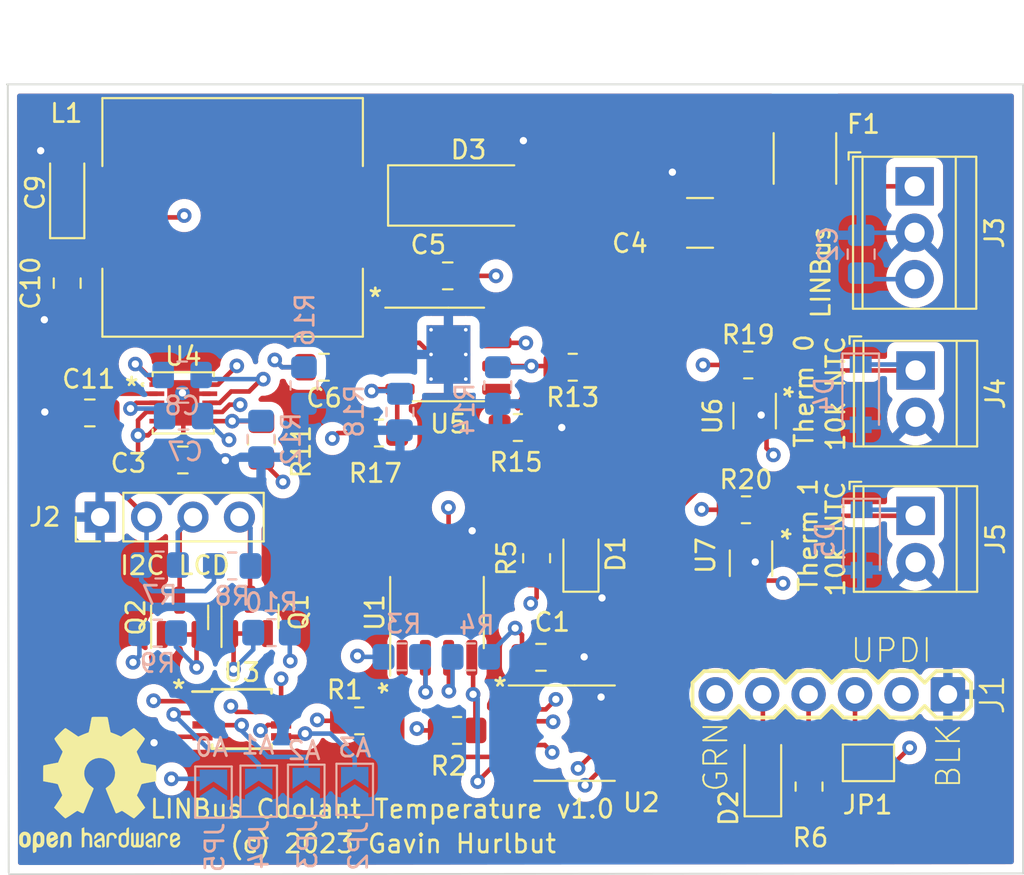
<source format=kicad_pcb>
(kicad_pcb (version 20211014) (generator pcbnew)
  (title_block (title "LINBus Coolant Temperature") (date "2023-02-18") (rev "1.0") (company "Gavin Hurlbut"))
  (layers (0 "F.Cu" signal) (1 "In1.Cu" signal) (2 "In2.Cu" signal) (31 "B.Cu" signal) (34 "B.Paste" user) (35 "F.Paste" user) (36 "B.SilkS" user "B.Silkscreen") (37 "F.SilkS" user "F.Silkscreen") (38 "B.Mask" user) (39 "F.Mask" user) (44 "Edge.Cuts" user))
  (net 0 "")
  (net 1 "GND")
  (net 2 "+5V")
  (net 3 "Net-(C5-Pad1)")
  (net 4 "LIN")
  (net 5 "TXD")
  (net 6 "RXD")
  (net 7 "~{LIN_SLP}")
  (net 8 "~{LIN_WAKE}")
  (net 9 "Net-(C5-Pad2)")
  (net 10 "Net-(C6-Pad1)")
  (net 11 "Net-(C6-Pad2)")
  (net 12 "Net-(C7-Pad1)")
  (net 13 "Net-(C7-Pad2)")
  (net 14 "Net-(C8-Pad1)")
  (net 15 "Net-(C8-Pad2)")
  (net 16 "VTHERM0")
  (net 17 "VTHERM1")
  (net 18 "+12V")
  (net 19 "UPDI")
  (net 20 "+BATT")
  (net 22 "Net-(J1-Pad3)")
  (net 23 "SDA3V")
  (net 24 "SCL3V")
  (net 25 "+3V3")
  (net 26 "SCL5V")
  (net 27 "SDA5V")
  (net 28 "Net-(J1-Pad4)")
  (net 30 "Net-(D4-Pad1)")
  (net 31 "Net-(D1-Pad2)")
  (net 32 "Net-(D2-Pad1)")
  (net 33 "Net-(D5-Pad1)")
  (net 34 "Net-(U2-Pad5)")
  (net 35 "Net-(R11-Pad2)")
  (net 36 "Net-(R13-Pad2)")
  (net 37 "Net-(R15-Pad1)")
  (net 38 "Net-(R17-Pad2)")
  (net 41 "~{RESET}")
  (net 42 "Net-(JP2-Pad2)")
  (net 43 "Net-(JP3-Pad2)")
  (net 44 "Net-(JP4-Pad2)")
  (net 45 "Net-(JP5-Pad2)")
  (footprint "Resistor_SMD:R_0805_2012Metric_Pad1.20x1.40mm_HandSolder" (layer "F.Cu") (at 206 73.9 180)
    (fp_text reference "R13")
    (fp_text value "909k 1%")
  )
  (footprint "Capacitor_SMD:C_0805_2012Metric_Pad1.18x1.45mm_HandSolder" (layer "F.Cu") (at 178.35 69.3 -90)
    (fp_text reference "C10")
    (fp_text value "10uF")
  )
  (footprint "Resistor_SMD:R_0805_2012Metric_Pad1.20x1.40mm_HandSolder" (layer "F.Cu") (at 218.925 96.85 90)
    (fp_text reference "R6")
    (fp_text value "470R")
  )
  (footprint "Resistor_SMD:R_1812_4532Metric_Pad1.30x3.40mm_HandSolder" (layer "F.Cu") (at 218.7 62.475 90)
    (fp_text reference "F1")
    (fp_text value "3A Polyfuse")
  )
  (footprint "Diode_SMD:D_SMA_Handsoldering" (layer "F.Cu") (at 200.3 64.5)
    (fp_text reference "D3")
    (fp_text value "BYS10-35")
  )
  (footprint "Capacitor_SMD:C_0805_2012Metric_Pad1.18x1.45mm_HandSolder" (layer "F.Cu") (at 179.5875 76.4 180)
    (fp_text reference "C11")
    (fp_text value "10uF")
  )
  (footprint "Capacitor_SMD:C_0805_2012Metric_Pad1.18x1.45mm_HandSolder" (layer "F.Cu") (at 199.1625 68.9 180)
    (fp_text reference "C5")
    (fp_text value "100nF")
  )
  (footprint "Capacitor_Tantalum_SMD:CP_EIA-3216-10_Kemet-I_Pad1.58x1.35mm_HandSolder" (layer "F.Cu") (at 178.35 64.35 90)
    (fp_text reference "C9")
    (fp_text value "100uF Ta 6V")
  )
  (footprint "Connector_PinHeader_2.54mm:PinHeader_1x04_P2.54mm_Vertical" (layer "F.Cu") (at 180.15 82.1 90)
    (fp_text reference "J2")
    (fp_text value "I2C LCD")
  )
  (footprint "Package_SO:SOIC-8_3.9x4.9mm_P1.27mm" (layer "F.Cu") (at 198.575 87.325 90)
    (fp_text reference "U1")
    (fp_text value "TJA1021T")
  )
  (footprint "TerminalBlock_TE-Connectivity:TerminalBlock_TE_282834-2_1x02_P2.54mm_Horizontal" (layer "F.Cu") (at 224.75 74.075 -90)
    (fp_text reference "J4")
    (fp_text value "10k NTC")
  )
  (footprint "Package_TO_SOT_SMD:SOT-23" (layer "F.Cu") (at 188.35 87.5375 90)
    (fp_text reference "Q1")
    (fp_text value "2N7002")
  )
  (footprint "Capacitor_SMD:C_0805_2012Metric_Pad1.18x1.45mm_HandSolder" (layer "F.Cu") (at 184.675 78.975)
    (fp_text reference "C3")
    (fp_text value "2.2uF")
  )
  (footprint "Package_TO_SOT_SMD:SOT-363_SC-70-6" (layer "F.Cu") (at 215.75 84.625 -90)
    (fp_text reference "U7")
    (fp_text value "LMV601")
  )
  (footprint "Package_SO:TSSOP-14_4.4x5mm_P0.65mm" (layer "F.Cu") (at 206.1 93.925)
    (fp_text reference "U2")
    (fp_text value "ATtiny824-X")
  )
  (footprint "Capacitor_SMD:C_0805_2012Metric_Pad1.18x1.45mm_HandSolder" (layer "F.Cu") (at 192.4 73.9 180)
    (fp_text reference "C6")
    (fp_text value "10nF")
  )
  (footprint "Capacitor_SMD:C_1210_3225Metric_Pad1.33x2.70mm_HandSolder" (layer "F.Cu") (at 212.9625 66 180)
    (fp_text reference "C4")
    (fp_text value "10uF 100V")
  )
  (footprint "Resistor_SMD:R_0805_2012Metric_Pad1.20x1.40mm_HandSolder" (layer "F.Cu") (at 194.325 93.25)
    (fp_text reference "R1")
    (fp_text value "10k")
  )
  (footprint "Capacitor_SMD:C_0805_2012Metric_Pad1.18x1.45mm_HandSolder" (layer "F.Cu") (at 204.2625 89.775 180)
    (fp_text reference "C1")
    (fp_text value "100nF")
  )
  (footprint "Package_TO_SOT_SMD:SOT-363_SC-70-6" (layer "F.Cu") (at 215.95 76.55 -90)
    (fp_text reference "U6")
    (fp_text value "LMV601")
  )
  (footprint "Resistor_SMD:R_0805_2012Metric_Pad1.20x1.40mm_HandSolder" (layer "F.Cu") (at 204.025 84.35 90)
    (fp_text reference "R5")
    (fp_text value "330")
  )
  (footprint "Package_SO:TSSOP-8_3x3mm_P0.65mm" (layer "F.Cu") (at 187.9 93.15)
    (fp_text reference "U3")
    (fp_text value "PCA9536DP")
  )
  (footprint "TerminalBlock_TE-Connectivity:TerminalBlock_TE_282834-2_1x02_P2.54mm_Horizontal" (layer "F.Cu") (at 224.75 82.03 -90)
    (fp_text reference "J5")
    (fp_text value "10k NTC")
  )
  (footprint "Resistor_SMD:R_0805_2012Metric_Pad1.20x1.40mm_HandSolder" (layer "F.Cu") (at 195.4 77.5)
    (fp_text reference "R17")
    (fp_text value "1k3")
  )
  (footprint "Beirdo:PM4346.333NLT" (layer "F.Cu") (at 187.3977 65.7 180)
    (fp_text reference "L1")
    (fp_text value "33uH 5A 88mOhm")
  )
  (footprint "Resistor_SMD:R_0805_2012Metric_Pad1.20x1.40mm_HandSolder" (layer "F.Cu") (at 188.975 77.9 90)
    (fp_text reference "R11")
    (fp_text value "357k 1%")
  )
  (footprint "Jumper:SolderJumper-2_P1.3mm_Open_TrianglePad1.0x1.5mm" (layer "F.Cu") (at 222.175 95.55)
    (fp_text reference "JP1")
    (fp_text value "Solder Jumper")
  )
  (footprint "LED_SMD:LED_0805_2012Metric_Pad1.15x1.40mm_HandSolder" (layer "F.Cu") (at 206.45 84.325 90)
    (fp_text reference "D1")
    (fp_text value "LED")
  )
  (footprint "Diode_SMD:D_SOD-123" (layer "F.Cu") (at 216.4 96.225 90)
    (fp_text reference "D2")
    (fp_text value "BAT42W-V")
  )
  (footprint "Package_SO:HTSOP-8-1EP_3.9x4.9mm_P1.27mm_EP2.4x3.2mm_ThermalVias" (layer "F.Cu") (at 199.2 73.2)
    (fp_text reference "U5")
    (fp_text value "BD9G341EFJ")
  )
  (footprint "Resistor_SMD:R_0805_2012Metric_Pad1.20x1.40mm_HandSolder" (layer "F.Cu") (at 215.6 73.775)
    (fp_text reference "R19")
    (fp_text value "10k")
  )
  (footprint "TerminalBlock_TE-Connectivity:TerminalBlock_TE_282834-3_1x03_P2.54mm_Horizontal" (layer "F.Cu") (at 224.7 64 -90)
    (fp_text reference "J3")
    (fp_text value "Screw_Terminal_01x03")
  )
  (footprint "Resistor_SMD:R_0805_2012Metric_Pad1.20x1.40mm_HandSolder" (layer "F.Cu") (at 215.475 81.7)
    (fp_text reference "R20")
    (fp_text value "10k")
  )
  (footprint "UltraLibrarian:LTC3203BEDD-PBF" (layer "F.Cu") (at 184.7 75.85)
    (fp_text reference "U4")
    (fp_text value "LTC3203BEDD-PBF")
  )
  (footprint "Package_TO_SOT_SMD:SOT-23" (layer "F.Cu") (at 184.5 87.5875 90)
    (fp_text reference "Q2")
    (fp_text value "2N7002")
  )
  (footprint "Resistor_SMD:R_0805_2012Metric_Pad1.20x1.40mm_HandSolder" (layer "F.Cu") (at 203 77.2)
    (fp_text reference "R15")
    (fp_text value "47k")
  )
  (footprint "Resistor_SMD:R_0805_2012Metric_Pad1.20x1.40mm_HandSolder" (layer "F.Cu") (at 199.675 93.775)
    (fp_text reference "R2")
    (fp_text value "10k")
  )
  (footprint "Symbol:OSHW-Logo2_9.8x8mm_SilkScreen" (layer "F.Cu") (at 180.125 96.75)
    (fp_text reference "REF**" hide)
    (fp_text value "OSHW-Logo2_9.8x8mm_SilkScreen" hide)
  )
  (footprint "Beirdo:FTDI_BASIC" (layer "F.Cu") (at 226.52 91.8 180)
    (fp_text reference "J1")
    (fp_text value "UPDI")
  )
  (footprint "Resistor_SMD:R_0805_2012Metric_Pad1.20x1.40mm_HandSolder" (layer "B.Cu") (at 196.65 89.75)
    (fp_text reference "R3")
    (fp_text value "10k")
  )
  (footprint "Resistor_SMD:R_0805_2012Metric_Pad1.20x1.40mm_HandSolder" (layer "B.Cu") (at 196.55 76.35 -90)
    (fp_text reference "R18")
    (fp_text value "560R")
  )
  (footprint "Jumper:SolderJumper-2_P1.3mm_Open_TrianglePad1.0x1.5mm" (layer "B.Cu") (at 194.075 97 90)
    (fp_text reference "JP2")
    (fp_text value "A3")
  )
  (footprint "Resistor_SMD:R_0805_2012Metric_Pad1.20x1.40mm_HandSolder" (layer "B.Cu") (at 183.4 84.725)
    (fp_text reference "R7")
    (fp_text value "10k")
  )
  (footprint "Jumper:SolderJumper-2_P1.3mm_Open_TrianglePad1.0x1.5mm" (layer "B.Cu") (at 186.35 97.15 90)
    (fp_text reference "JP5")
    (fp_text value "A0")
  )
  (footprint "Resistor_SMD:R_0805_2012Metric_Pad1.20x1.40mm_HandSolder" (layer "B.Cu") (at 200.425 89.75 180)
    (fp_text reference "R4")
    (fp_text value "10k")
  )
  (footprint "Capacitor_SMD:C_0805_2012Metric_Pad1.18x1.45mm_HandSolder" (layer "B.Cu") (at 221.775 67.7125 90)
    (fp_text reference "C2")
    (fp_text value "220pF")
  )
  (footprint "Resistor_SMD:R_0805_2012Metric_Pad1.20x1.40mm_HandSolder" (layer "B.Cu") (at 201.9 74.9 -90)
    (fp_text reference "R14")
    (fp_text value "324k 1%")
  )
  (footprint "Resistor_SMD:R_0805_2012Metric_Pad1.20x1.40mm_HandSolder" (layer "B.Cu") (at 187.375 84.775)
    (fp_text reference "R8")
    (fp_text value "10k")
  )
  (footprint "Diode_SMD:D_SOD-123" (layer "B.Cu") (at 221.8 83.35 -90)
    (fp_text reference "D5")
    (fp_text value "BZT52C3V3-7-F")
  )
  (footprint "Resistor_SMD:R_0805_2012Metric_Pad1.20x1.40mm_HandSolder" (layer "B.Cu") (at 183.3 88.45)
    (fp_text reference "R9")
    (fp_text value "10k")
  )
  (footprint "Resistor_SMD:R_0805_2012Metric_Pad1.20x1.40mm_HandSolder" (layer "B.Cu") (at 188.95 77.825 90)
    (fp_text reference "R12")
    (fp_text value "100k 1%")
  )
  (footprint "Resistor_SMD:R_0805_2012Metric_Pad1.20x1.40mm_HandSolder" (layer "B.Cu") (at 191.3 74.9 -90)
    (fp_text reference "R16")
    (fp_text value "6k2")
  )
  (footprint "Resistor_SMD:R_0805_2012Metric_Pad1.20x1.40mm_HandSolder" (layer "B.Cu") (at 189.525 88.425 180)
    (fp_text reference "R10")
    (fp_text value "10k")
  )
  (footprint "Capacitor_SMD:C_0805_2012Metric_Pad1.18x1.45mm_HandSolder" (layer "B.Cu") (at 184.7125 76.575 180)
    (fp_text reference "C7")
    (fp_text value "2.2uF")
  )
  (footprint "Capacitor_SMD:C_0805_2012Metric_Pad1.18x1.45mm_HandSolder" (layer "B.Cu") (at 184.6375 74.325)
    (fp_text reference "C8")
    (fp_text value "2.2uF")
  )
  (footprint "Diode_SMD:D_SOD-123" (layer "B.Cu") (at 221.75 75.4 -90)
    (fp_text reference "D4")
    (fp_text value "BZT52C3V3-7-F")
  )
  (footprint "Jumper:SolderJumper-2_P1.3mm_Open_TrianglePad1.0x1.5mm" (layer "B.Cu") (at 188.825 97.1 90)
    (fp_text reference "JP4")
    (fp_text value "A1")
  )
  (footprint "Jumper:SolderJumper-2_P1.3mm_Open_TrianglePad1.0x1.5mm" (layer "B.Cu") (at 191.425 97.05 90)
    (fp_text reference "JP3")
    (fp_text value "A2")
  )
  (gr_line (start 175.15 101.55) (end 175.1 58.45) (layer "Edge.Cuts") (width 0.1))
  (gr_line (start 230.632 101.6) (end 175.175 101.65) (layer "Edge.Cuts") (width 0.1))
  (gr_line (start 175.05 58.42) (end 230.632 58.42) (layer "Edge.Cuts") (width 0.1))
  (gr_line (start 230.632 58.42) (end 230.632 101.6) (layer "Edge.Cuts") (width 0.1))
  (gr_text "LINBus Coolant Temperature v1.0" (at 195.575 98.075) (layer "F.SilkS") (effects (font (size 1 1))))
  (gr_text "LINBus" (at 219.575 68.7 90) (layer "F.SilkS") (effects (font (size 1 1))))
  (gr_text "I2C LCD" (at 184.25 84.75) (layer "F.SilkS") (effects (font (size 1 1))))
  (gr_text "(c) 2023 Gavin Hurlbut" (at 196.175 99.975) (layer "F.SilkS") (effects (font (size 1 1))))
  (segment (start 185.75 94.125) (end 183.425 94.125) (width 0.25) (layer "F.Cu") (net 1))
  (segment (start 184.7 77.775) (end 184.7 75.85) (width 0.25) (layer "F.Cu") (net 1))
  (segment (start 186.1478 75.350001) (end 185.199999 75.350001) (width 0.25) (layer "F.Cu") (net 1))
  (segment (start 185.7125 78.975) (end 186.975 78.975) (width 0.25) (layer "F.Cu") (net 1))
  (segment (start 204 77.2) (end 205.4 77.2) (width 0.25) (layer "F.Cu") (net 1))
  (segment (start 208.9875 91.975) (end 207.575 91.975) (width 0.25) (layer "F.Cu") (net 1))
  (segment (start 177.175 76.4) (end 177.125 76.35) (width 0.25) (layer "F.Cu") (net 1))
  (segment (start 178.0625 70.3375) (end 177.1 71.3) (width 0.25) (layer "F.Cu") (net 1))
  (segment (start 202.8 64.5) (end 202.8 62) (width 0.25) (layer "F.Cu") (net 1))
  (segment (start 183.425 94.125) (end 183.1 94.45) (width 0.25) (layer "F.Cu") (net 1))
  (segment (start 184.7 75.85) (end 184.7 75.350066) (width 0.25) (layer "F.Cu") (net 1))
  (segment (start 177.7625 62.9125) (end 176.9 62.05) (width 0.25) (layer "F.Cu") (net 1))
  (segment (start 200.48 84.85) (end 200.48 82.87) (width 0.25) (layer "F.Cu") (net 1))
  (segment (start 184.7 75.350066) (end 184.652903 75.302969) (width 0.25) (layer "F.Cu") (net 1))
  (segment (start 178.35 70.3375) (end 178.0625 70.3375) (width 0.25) (layer "F.Cu") (net 1))
  (segment (start 196.55 72.565) (end 197.615 72.565) (width 0.25) (layer "F.Cu") (net 1))
  (segment (start 205.3 89.775) (end 206.6 89.775) (width 0.25) (layer "F.Cu") (net 1))
  (segment (start 211.45 65.95) (end 211.4 66) (width 0.25) (layer "F.Cu") (net 1))
  (segment (start 207.575 91.975) (end 207.55 91.95) (width 0.25) (layer "F.Cu") (net 1))
  (segment (start 215.95 76.160665) (end 216.3065 76.517165) (width 0.25) (layer "F.Cu") (net 1))
  (segment (start 185.7125 78.7875) (end 184.7 77.775) (width 0.25) (layer "F.Cu") (net 1))
  (segment (start 185.7125 78.975) (end 185.7125 78.7875) (width 0.25) (layer "F.Cu") (net 1))
  (segment (start 202.8 62) (end 203.3 61.5) (width 0.25) (layer "F.Cu") (net 1))
  (segment (start 178.55 76.4) (end 177.175 76.4) (width 0.25) (layer "F.Cu") (net 1))
  (segment (start 185.199999 75.350001) (end 184.7 75.85) (width 0.25) (layer "F.Cu") (net 1))
  (segment (start 197.615 72.565) (end 198.25 73.2) (width 0.25) (layer "F.Cu") (net 1))
  (segment (start 215.75 83.675) (end 215.75 84.326025) (width 0.25) (layer "F.Cu") (net 1))
  (segment (start 206.45 85.35) (end 206.45 85.375) (width 0.25) (layer "F.Cu") (net 1))
  (segment (start 186.975 78.975) (end 187 79) (width 0.25) (layer "F.Cu") (net 1))
  (segment (start 178.35 62.9125) (end 177.7625 62.9125) (width 0.25) (layer "F.Cu") (net 1))
  (segment (start 200.48 82.87) (end 200.5 82.85) (width 0.25) (layer "F.Cu") (net 1))
  (segment (start 206.45 85.375) (end 207.6 86.525) (width 0.25) (layer "F.Cu") (net 1))
  (segment (start 215.95 75.6) (end 215.95 76.160665) (width 0.25) (layer "F.Cu") (net 1))
  (segment (start 211.45 63.225) (end 211.45 65.95) (width 0.25) (layer "F.Cu") (net 1))
  (segment (start 206.6 89.775) (end 206.625 89.75) (width 0.25) (layer "F.Cu") (net 1))
  (segment (start 215.75 84.326025) (end 215.982713 84.558738) (width 0.25) (layer "F.Cu") (net 1))
  (via (at 211.45 63.225) (size 0.8) (drill 0.4) (layers "F.Cu" "B.Cu") (net 1))
  (via (at 184.652903 75.302969) (size 0.8) (drill 0.4) (layers "F.Cu" "B.Cu") (net 1))
  (via (at 203.3 61.5) (size 0.8) (drill 0.4) (layers "F.Cu" "B.Cu") (net 1))
  (via (at 177.1 71.3) (size 0.8) (drill 0.4) (layers "F.Cu" "B.Cu") (net 1))
  (via (at 216.3065 76.517165) (size 0.8) (drill 0.4) (layers "F.Cu" "B.Cu") (net 1))
  (via (at 205.4 77.2) (size 0.8) (drill 0.4) (layers "F.Cu" "B.Cu") (net 1))
  (via (at 215.982713 84.558738) (size 0.8) (drill 0.4) (layers "F.Cu" "B.Cu") (net 1))
  (via (at 176.9 62.05) (size 0.8) (drill 0.4) (layers "F.Cu" "B.Cu") (net 1))
  (via (at 177.125 76.35) (size 0.8) (drill 0.4) (layers "F.Cu" "B.Cu") (net 1))
  (via (at 207.55 91.95) (size 0.8) (drill 0.4) (layers "F.Cu" "B.Cu") (net 1))
  (via (at 183.1 94.45) (size 0.8) (drill 0.4) (layers "F.Cu" "B.Cu") (net 1))
  (via (at 200.5 82.85) (size 0.8) (drill 0.4) (layers "F.Cu" "B.Cu") (net 1))
  (via (at 187 79) (size 0.8) (drill 0.4) (layers "F.Cu" "B.Cu") (net 1))
  (via (at 207.6 86.525) (size 0.8) (drill 0.4) (layers "F.Cu" "B.Cu") (net 1))
  (via (at 206.625 89.75) (size 0.8) (drill 0.4) (layers "F.Cu" "B.Cu") (net 1))
  (segment (start 221.775 66.675) (end 221.91 66.54) (width 0.25) (layer "B.Cu") (net 1))
  (segment (start 221.91 66.54) (end 224.7 66.54) (width 0.25) (layer "B.Cu") (net 1))
  (segment (start 180.475 75.775) (end 180.475 76.25) (width 0.25) (layer "F.Cu") (net 2))
  (segment (start 180.899999 75.350001) (end 180.475 75.775) (width 0.25) (layer "F.Cu") (net 2))
  (segment (start 180.625 76.4) (end 180.625 80.035) (width 0.25) (layer "F.Cu") (net 2))
  (segment (start 180.625 80.035) (end 182.69 82.1) (width 0.25) (layer "F.Cu") (net 2))
  (segment (start 183.2522 75.350001) (end 180.899999 75.350001) (width 0.25) (layer "F.Cu") (net 2))
  (segment (start 185.9 86.15) (end 183 86.15) (width 0.25) (layer "B.Cu") (net 2))
  (segment (start 186.375 84.775) (end 186.375 85.675) (width 0.25) (layer "B.Cu") (net 2))
  (segment (start 183 86.15) (end 182.4 85.55) (width 0.25) (layer "B.Cu") (net 2))
  (segment (start 186.375 85.675) (end 185.9 86.15) (width 0.25) (layer "B.Cu") (net 2))
  (segment (start 182.4 85.55) (end 182.4 84.725) (width 0.25) (layer "B.Cu") (net 2))
  (segment (start 182.4 84.725) (end 182.69 84.435) (width 0.25) (layer "B.Cu") (net 2))
  (segment (start 182.69 84.435) (end 182.69 82.1) (width 0.25) (layer "B.Cu") (net 2))
  (segment (start 200.2 68.9) (end 201.8 68.9) (width 0.25) (layer "F.Cu") (net 3))
  (segment (start 203.435 72.565) (end 201.85 72.565) (width 0.25) (layer "F.Cu") (net 3))
  (via (at 203.435 72.565) (size 0.8) (drill 0.4) (layers "F.Cu" "B.Cu") (net 3))
  (via (at 201.8 68.9) (size 0.8) (drill 0.4) (layers "F.Cu" "B.Cu") (net 3))
  (segment (start 199.21 84.85) (end 199.21 81.585) (width 0.25) (layer "F.Cu") (net 4))
  (segment (start 199.21 81.585) (end 199.2 81.575) (width 0.25) (layer "F.Cu") (net 4))
  (via (at 199.2 81.575) (size 0.8) (drill 0.4) (layers "F.Cu" "B.Cu") (net 4))
  (segment (start 222.105 69.08) (end 224.7 69.08) (width 0.25) (layer "B.Cu") (net 4))
  (segment (start 221.775 68.75) (end 222.105 69.08) (width 0.25) (layer "B.Cu") (net 4))
  (segment (start 200.55 91.8) (end 200.55 89.87) (width 0.25) (layer "F.Cu") (net 5))
  (segment (start 200.675 91.925) (end 200.675 93.775) (width 0.25) (layer "F.Cu") (net 5))
  (segment (start 201.5 95.875) (end 200.8 96.575) (width 0.25) (layer "F.Cu") (net 5))
  (segment (start 203.2625 95.875) (end 201.5 95.875) (width 0.25) (layer "F.Cu") (net 5))
  (segment (start 200.55 91.8) (end 200.675 91.925) (width 0.25) (layer "F.Cu") (net 5))
  (segment (start 200.55 89.87) (end 200.48 89.8) (width 0.25) (layer "F.Cu") (net 5))
  (via (at 200.8 96.575) (size 0.8) (drill 0.4) (layers "F.Cu" "B.Cu") (net 5))
  (via (at 200.55 91.8) (size 0.8) (drill 0.4) (layers "F.Cu" "B.Cu") (net 5))
  (segment (start 200.55 91.8) (end 200.8 92.05) (width 0.25) (layer "B.Cu") (net 5))
  (segment (start 200.8 92.05) (end 200.8 96.575) (width 0.25) (layer "B.Cu") (net 5))
  (segment (start 196.67 93.13) (end 196.67 89.8) (width 0.25) (layer "F.Cu") (net 6))
  (segment (start 196.55 93.25) (end 196.67 93.13) (width 0.25) (layer "F.Cu") (net 6))
  (segment (start 197.45 95.225) (end 196.67 94.445) (width 0.25) (layer "F.Cu") (net 6))
  (segment (start 203.2625 95.225) (end 197.45 95.225) (width 0.25) (layer "F.Cu") (net 6))
  (segment (start 195.325 93.25) (end 196.55 93.25) (width 0.25) (layer "F.Cu") (net 6))
  (segment (start 196.67 94.445) (end 196.67 93.13) (width 0.25) (layer "F.Cu") (net 6))
  (segment (start 197.95 91.675) (end 197.94 91.665) (width 0.25) (layer "F.Cu") (net 7))
  (segment (start 197.94 91.665) (end 197.94 89.8) (width 0.25) (layer "F.Cu") (net 7))
  (segment (start 203.2625 92.625) (end 204.525 92.625) (width 0.25) (layer "F.Cu") (net 7))
  (segment (start 204.525 92.625) (end 205.075 92.075) (width 0.25) (layer "F.Cu") (net 7))
  (segment (start 205.075 92.075) (end 205.325305 92.075) (width 0.25) (layer "F.Cu") (net 7))
  (via (at 197.95 91.675) (size 0.8) (drill 0.4) (layers "F.Cu" "B.Cu") (net 7))
  (via (at 205.075 92.075) (size 0.8) (drill 0.4) (layers "F.Cu" "B.Cu") (net 7))
  (segment (start 197.95 90.05) (end 197.65 89.75) (width 0.25) (layer "B.Cu") (net 7))
  (segment (start 197.95 91.675) (end 197.95 90.05) (width 0.25) (layer "B.Cu") (net 7))
  (segment (start 199.225 91.625) (end 199.225 89.815) (width 0.25) (layer "F.Cu") (net 8))
  (segment (start 203.2375 93.275) (end 204.9 93.275) (width 0.25) (layer "F.Cu") (net 8))
  (segment (start 199.225 89.815) (end 199.21 89.8) (width 0.25) (layer "F.Cu") (net 8))
  (segment (start 204.9 93.275) (end 204.925 93.3) (width 0.25) (layer "F.Cu") (net 8))
  (via (at 204.925 93.3) (size 0.8) (drill 0.4) (layers "F.Cu" "B.Cu") (net 8))
  (via (at 199.225 91.625) (size 0.8) (drill 0.4) (layers "F.Cu" "B.Cu") (net 8))
  (segment (start 199.425 91.425) (end 199.425 89.75) (width 0.25) (layer "B.Cu") (net 8))
  (segment (start 199.225 91.625) (end 199.425 91.425) (width 0.25) (layer "B.Cu") (net 8))
  (segment (start 193.1 65.7) (end 194.3 64.5) (width 0.25) (layer "F.Cu") (net 9))
  (segment (start 198.125 64.825) (end 197.8 64.5) (width 0.25) (layer "F.Cu") (net 9))
  (segment (start 196.55 69.45) (end 197.1 68.9) (width 0.25) (layer "F.Cu") (net 9))
  (segment (start 196.55 71.295) (end 196.55 69.45) (width 0.25) (layer "F.Cu") (net 9))
  (segment (start 194.3 64.5) (end 197.8 64.5) (width 0.25) (layer "F.Cu") (net 9))
  (segment (start 198.125 68.9) (end 198.125 64.825) (width 0.25) (layer "F.Cu") (net 9))
  (segment (start 197.1 68.9) (end 198.125 68.9) (width 0.25) (layer "F.Cu") (net 9))
  (segment (start 196.55 73.835) (end 193.5025 73.835) (width 0.25) (layer "F.Cu") (net 10))
  (segment (start 193.5025 73.835) (end 193.4375 73.9) (width 0.25) (layer "F.Cu") (net 10))
  (segment (start 191.3625 73.9) (end 190.1 73.9) (width 0.25) (layer "F.Cu") (net 11))
  (segment (start 190.1 73.9) (end 189.7 73.5) (width 0.25) (layer "F.Cu") (net 11))
  (via (at 189.7 73.5) (size 0.8) (drill 0.4) (layers "F.Cu" "B.Cu") (net 11))
  (segment (start 189.7 73.5) (end 190.1 73.9) (width 0.25) (layer "B.Cu") (net 11))
  (segment (start 190.1 73.9) (end 191.3 73.9) (width 0.25) (layer "B.Cu") (net 11))
  (segment (start 186.1478 74.849999) (end 186.600501 74.849999) (width 0.25) (layer "F.Cu") (net 12))
  (segment (start 186.600501 74.849999) (end 187.625 73.8255) (width 0.25) (layer "F.Cu") (net 12))
  (via (at 187.2 77.875) (size 0.8) (drill 0.4) (layers "F.Cu" "B.Cu") (net 12))
  (via (at 187.625 73.8255) (size 0.8) (drill 0.4) (layers "F.Cu" "B.Cu") (net 12))
  (segment (start 187.2 77.875) (end 187.05 77.875) (width 0.25) (layer "B.Cu") (net 12))
  (segment (start 187.05 77.875) (end 185.75 76.575) (width 0.25) (layer "B.Cu") (net 12))
  (segment (start 183.2522 75.85) (end 182.124529 75.85) (width 0.25) (layer "F.Cu") (net 13))
  (segment (start 182.124529 75.85) (end 181.812 76.162529) (width 0.25) (layer "F.Cu") (net 13))
  (via (at 181.812 76.162529) (size 0.8) (drill 0.4) (layers "F.Cu" "B.Cu") (net 13))
  (segment (start 183.262529 76.162529) (end 183.675 76.575) (width 0.25) (layer "B.Cu") (net 13))
  (segment (start 181.812 76.162529) (end 183.262529 76.162529) (width 0.25) (layer "B.Cu") (net 13))
  (segment (start 182.075 73.725) (end 182.127201 73.725) (width 0.25) (layer "F.Cu") (net 14))
  (segment (start 182.127201 73.725) (end 183.2522 74.849999) (width 0.25) (layer "F.Cu") (net 14))
  (via (at 182.075 73.725) (size 0.8) (drill 0.4) (layers "F.Cu" "B.Cu") (net 14))
  (segment (start 182.675 74.325) (end 183.6 74.325) (width 0.25) (layer "B.Cu") (net 14))
  (segment (start 182.075 73.725) (end 182.675 74.325) (width 0.25) (layer "B.Cu") (net 14))
  (segment (start 189.075 74.55) (end 188.975 74.55) (width 0.25) (layer "F.Cu") (net 15))
  (segment (start 186.694804 75.85) (end 186.1478 75.85) (width 0.25) (layer "F.Cu") (net 15))
  (segment (start 188.975 74.55) (end 188.299911 75.225089) (width 0.25) (layer "F.Cu") (net 15))
  (segment (start 187.319715 75.225089) (end 186.694804 75.85) (width 0.25) (layer "F.Cu") (net 15))
  (segment (start 188.299911 75.225089) (end 187.319715 75.225089) (width 0.25) (layer "F.Cu") (net 15))
  (via (at 189.075 74.55) (size 0.8) (drill 0.4) (layers "F.Cu" "B.Cu") (net 15))
  (segment (start 185.9 74.55) (end 185.675 74.325) (width 0.25) (layer "B.Cu") (net 15))
  (segment (start 189.075 74.55) (end 185.9 74.55) (width 0.25) (layer "B.Cu") (net 15))
  (segment (start 210.525 93.925) (end 208.9625 93.925) (width 0.25) (layer "F.Cu") (net 16))
  (segment (start 215.1 83.675) (end 215.1 85.575) (width 0.25) (layer "F.Cu") (net 16))
  (segment (start 211.775 92.675) (end 210.525 93.925) (width 0.25) (layer "F.Cu") (net 16))
  (segment (start 211.775 90.65) (end 211.775 92.675) (width 0.25) (layer "F.Cu") (net 16))
  (segment (start 215.1 87.325) (end 211.775 90.65) (width 0.25) (layer "F.Cu") (net 16))
  (segment (start 215.1 85.575) (end 215.1 87.325) (width 0.25) (layer "F.Cu") (net 16))
  (segment (start 215.3 78.175) (end 211.175 82.3) (width 0.25) (layer "F.Cu") (net 17))
  (segment (start 215.3 77.5) (end 215.3 78.175) (width 0.25) (layer "F.Cu") (net 17))
  (segment (start 211.175 82.3) (end 211.175 92.35) (width 0.25) (layer "F.Cu") (net 17))
  (segment (start 211.175 92.35) (end 210.25 93.275) (width 0.25) (layer "F.Cu") (net 17))
  (segment (start 215.3 75.6) (end 215.3 77.5) (width 0.25) (layer "F.Cu") (net 17))
  (segment (start 210.25 93.275) (end 208.9625 93.275) (width 0.25) (layer "F.Cu") (net 17))
  (segment (start 216.4 91.84) (end 216.36 91.8) (width 0.25) (layer "F.Cu") (net 19))
  (segment (start 216.4 94.575) (end 216.4 91.84) (width 0.25) (layer "F.Cu") (net 19))
  (segment (start 208.9875 94.575) (end 216.4 94.575) (width 0.25) (layer "F.Cu") (net 19))
  (segment (start 222.4 64) (end 221.7 64.7) (width 0.25) (layer "F.Cu") (net 20))
  (segment (start 224.7 64) (end 222.4 64) (width 0.25) (layer "F.Cu") (net 20))
  (segment (start 221.7 64.7) (end 218.7 64.7) (width 0.25) (layer "F.Cu") (net 20))
  (segment (start 221.44 95.54) (end 221.44 91.8) (width 0.25) (layer "F.Cu") (net 22))
  (segment (start 221.45 95.55) (end 221.44 95.54) (width 0.25) (layer "F.Cu") (net 22))
  (segment (start 185.425 88.55) (end 185.45 88.525) (width 0.25) (layer "F.Cu") (net 23))
  (segment (start 187.612701 92.762701) (end 187.3 92.45) (width 0.25) (layer "F.Cu") (net 23))
  (segment (start 208.9875 95.875) (end 207.575 95.875) (width 0.25) (layer "F.Cu") (net 23))
  (segment (start 207.575 95.875) (end 206.675 96.775) (width 0.25) (layer "F.Cu") (net 23))
  (segment (start 189.987701 92.762701) (end 187.612701 92.762701) (width 0.25) (layer "F.Cu") (net 23))
  (segment (start 185.45 88.525) (end 183.55 88.525) (width 0.25) (layer "F.Cu") (net 23))
  (segment (start 185.425 90.325) (end 185.425 88.55) (width 0.25) (layer "F.Cu") (net 23))
  (segment (start 190.05 92.825) (end 189.987701 92.762701) (width 0.25) (layer "F.Cu") (net 23))
  (via (at 187.3 92.45) (size 0.8) (drill 0.4) (layers "F.Cu" "B.Cu") (net 23))
  (via (at 206.675 96.775) (size 0.8) (drill 0.4) (layers "F.Cu" "B.Cu") (net 23))
  (via (at 185.425 90.325) (size 0.8) (drill 0.4) (layers "F.Cu" "B.Cu") (net 23))
  (segment (start 184.3 88.45) (end 184.3 89.2) (width 0.25) (layer "B.Cu") (net 23))
  (segment (start 184.3 89.2) (end 185.425 90.325) (width 0.25) (layer "B.Cu") (net 23))
  (segment (start 189 93.8) (end 188.9796 93.7796) (width 0.25) (layer "F.Cu") (net 24))
  (segment (start 188.9796 93.7796) (end 188.918398 93.7796) (width 0.25) (layer "F.Cu") (net 24))
  (segment (start 187.45 88.525) (end 187.4 88.475) (width 0.25) (layer "F.Cu") (net 24))
  (segment (start 190.05 93.475) (end 189.325 93.475) (width 0.25) (layer "F.Cu") (net 24))
  (segment (start 189.325 93.475) (end 189 93.8) (width 0.25) (layer "F.Cu") (net 24))
  (segment (start 187.4 88.475) (end 189.3 88.475) (width 0.25) (layer "F.Cu") (net 24))
  (segment (start 208.9875 95.225) (end 206.917958 95.225) (width 0.25) (layer "F.Cu") (net 24))
  (segment (start 206.917958 95.225) (end 206.290576 95.852382) (width 0.25) (layer "F.Cu") (net 24))
  (segment (start 187.45 90.425) (end 187.45 88.525) (width 0.25) (layer "F.Cu") (net 24))
  (via (at 206.290576 95.852382) (size 0.8) (drill 0.4) (layers "F.Cu" "B.Cu") (net 24))
  (via (at 187.45 90.425) (size 0.8) (drill 0.4) (layers "F.Cu" "B.Cu") (net 24))
  (via (at 188.918398 93.7796) (size 0.8) (drill 0.4) (layers "F.Cu" "B.Cu") (net 24))
  (segment (start 188.525 88.425) (end 188.525 89.35) (width 0.25) (layer "B.Cu") (net 24))
  (segment (start 188.525 89.35) (end 187.45 90.425) (width 0.25) (layer "B.Cu") (net 24))
  (segment (start 182.225 77.625) (end 182.775 77.625) (width 0.25) (layer "F.Cu") (net 25))
  (segment (start 194.4 77.5) (end 193.15 77.5) (width 0.25) (layer "F.Cu") (net 25))
  (segment (start 182.225 78.55) (end 182.65 78.975) (width 0.25) (layer "F.Cu") (net 25))
  (segment (start 215.95 77.5) (end 216.6 77.5) (width 0.25) (layer "F.Cu") (net 25))
  (segment (start 216.6 78.325) (end 216.975 78.7) (width 0.25) (layer "F.Cu") (net 25))
  (segment (start 223.6 95.55) (end 224.425 94.725) (width 0.25) (layer "F.Cu") (net 25))
  (segment (start 186.831201 76.349999) (end 187.231111 75.950089) (width 0.25) (layer "F.Cu") (net 25))
  (segment (start 178.4375 65.7) (end 181.6954 65.7) (width 0.25) (layer "F.Cu") (net 25))
  (segment (start 198.675 93.775) (end 197.575 93.775) (width 0.25) (layer "F.Cu") (net 25))
  (segment (start 203.225 89.775) (end 203.225 91.9375) (width 0.25) (layer "F.Cu") (net 25))
  (segment (start 182.225 77.625) (end 182.225 78.55) (width 0.25) (layer "F.Cu") (net 25))
  (segment (start 187.231111 75.950089) (end 187.809929 75.950089) (width 0.25) (layer "F.Cu") (net 25))
  (segment (start 178.35 68.2625) (end 178.35 65.7875) (width 0.25) (layer "F.Cu") (net 25))
  (segment (start 192.075 93.25) (end 192.025 93.2) (width 0.25) (layer "F.Cu") (net 25))
  (segment (start 182.225 77.625) (end 182.225 76.8) (width 0.25) (layer "F.Cu") (net 25))
  (segment (start 188.975 79) (end 190.15 80.175) (width 0.25) (layer "F.Cu") (net 25))
  (segment (start 217.35 85.575) (end 217.5 85.725) (width 0.25) (layer "F.Cu") (net 25))
  (segment (start 203.225 89.775) (end 203.225 88.55) (width 0.25) (layer "F.Cu") (net 25))
  (segment (start 214.475 81.7) (end 213.075 81.7) (width 0.25) (layer "F.Cu") (net 25))
  (segment (start 216.4 85.575) (end 217.35 85.575) (width 0.25) (layer "F.Cu") (net 25))
  (segment (start 183.2522 77.1478) (end 183.2522 76.850001) (width 0.25) (layer "F.Cu") (net 25))
  (segment (start 203.225 91.9375) (end 203.2625 91.975) (width 0.25) (layer "F.Cu") (net 25))
  (segment (start 216.6 77.5) (end 216.6 78.325) (width 0.25) (layer "F.Cu") (net 25))
  (segment (start 203.225 88.55) (end 202.85 88.175) (width 0.25) (layer "F.Cu") (net 25))
  (segment (start 184.65 65.7) (end 184.75 65.6) (width 0.25) (layer "F.Cu") (net 25))
  (segment (start 197.575 93.775) (end 197.475 93.675) (width 0.25) (layer "F.Cu") (net 25))
  (segment (start 182.775 77.625) (end 183.2522 77.1478) (width 0.25) (layer "F.Cu") (net 25))
  (segment (start 181.6954 65.7) (end 184.65 65.7) (width 0.25) (layer "F.Cu") (net 25))
  (segment (start 188.975 78.9) (end 188.975 79) (width 0.25) (layer "F.Cu") (net 25))
  (segment (start 182.225 76.8) (end 182.675001 76.349999) (width 0.25) (layer "F.Cu") (net 25))
  (segment (start 213.075 81.7) (end 213.05 81.675) (width 0.25) (layer "F.Cu") (net 25))
  (segment (start 182.675001 76.349999) (end 183.2522 76.349999) (width 0.25) (layer "F.Cu") (net 25))
  (segment (start 193.325 93.25) (end 192.075 93.25) (width 0.25) (layer "F.Cu") (net 25))
  (segment (start 214.6 73.775) (end 213.125 73.775) (width 0.25) (layer "F.Cu") (net 25))
  (segment (start 215.75 85.575) (end 216.4 85.575) (width 0.25) (layer "F.Cu") (net 25))
  (segment (start 178.35 65.7875) (end 178.4375 65.7) (width 0.25) (layer "F.Cu") (net 25))
  (segment (start 193.15 77.5) (end 192.85 77.8) (width 0.25) (layer "F.Cu") (net 25))
  (segment (start 190.05 92.175) (end 190.05 90.95) (width 0.25) (layer "F.Cu") (net 25))
  (segment (start 182.65 78.975) (end 183.6375 78.975) (width 0.25) (layer "F.Cu") (net 25))
  (segment (start 186.1478 76.349999) (end 186.831201 76.349999) (width 0.25) (layer "F.Cu") (net 25))
  (segment (start 222.9 95.55) (end 223.6 95.55) (width 0.25) (layer "F.Cu") (net 25))
  (via (at 194.225 89.7) (size 0.8) (drill 0.4) (layers "F.Cu" "B.Cu") (net 25))
  (via (at 213.125 73.775) (size 0.8) (drill 0.4) (layers "F.Cu" "B.Cu") (net 25))
  (via (at 213.05 81.675) (size 0.8) (drill 0.4) (layers "F.Cu" "B.Cu") (net 25))
  (via (at 197.475 93.675) (size 0.8) (drill 0.4) (layers "F.Cu" "B.Cu") (net 25))
  (via (at 192.85 77.8) (size 0.8) (drill 0.4) (layers "F.Cu" "B.Cu") (net 25))
  (via (at 216.975 78.7) (size 0.8) (drill 0.4) (layers "F.Cu" "B.Cu") (net 25))
  (via (at 184.75 65.6) (size 0.8) (drill 0.4) (layers "F.Cu" "B.Cu") (net 25))
  (via (at 190.05 90.95) (size 0.8) (drill 0.4) (layers "F.Cu" "B.Cu") (net 25))
  (via (at 202.85 88.175) (size 0.8) (drill 0.4) (layers "F.Cu" "B.Cu") (net 25))
  (via (at 187.809929 75.950089) (size 0.8) (drill 0.4) (layers "F.Cu" "B.Cu") (net 25))
  (via (at 192.025 93.2) (size 0.8) (drill 0.4) (layers "F.Cu" "B.Cu") (net 25))
  (via (at 224.425 94.725) (size 0.8) (drill 0.4) (layers "F.Cu" "B.Cu") (net 25))
  (via (at 217.5 85.725) (size 0.8) (drill 0.4) (layers "F.Cu" "B.Cu") (net 25))
  (via (at 181.95 90.05) (size 0.8) (drill 0.4) (layers "F.Cu" "B.Cu") (net 25))
  (via (at 190.15 80.175) (size 0.8) (drill 0.4) (layers "F.Cu" "B.Cu") (net 25))
  (via (at 190.55 89.975) (size 0.8) (drill 0.4) (layers "F.Cu" "B.Cu") (net 25))
  (via (at 182.225 77.625) (size 0.8) (drill 0.4) (layers "F.Cu" "B.Cu") (net 25))
  (segment (start 182.3 89.7) (end 181.95 90.05) (width 0.25) (layer "B.Cu") (net 25))
  (segment (start 201.425 89.75) (end 201.425 89.6) (width 0.25) (layer "B.Cu") (net 25))
  (segment (start 190.525 88.425) (end 190.525 89.95) (width 0.25) (layer "B.Cu") (net 25))
  (segment (start 201.425 89.6) (end 202.85 88.175) (width 0.25) (layer "B.Cu") (net 25))
  (segment (start 194.275 89.75) (end 194.225 89.7) (width 0.25) (layer "B.Cu") (net 25))
  (segment (start 195.65 89.75) (end 194.275 89.75) (width 0.25) (layer "B.Cu") (net 25))
  (segment (start 182.3 88.45) (end 182.3 89.7) (width 0.25) (layer "B.Cu") (net 25))
  (segment (start 190.525 89.95) (end 190.55 89.975) (width 0.25) (layer "B.Cu") (net 25))
  (segment (start 188.35 86.6) (end 188.35 82.68) (width 0.25) (layer "F.Cu") (net 26))
  (segment (start 188.35 82.68) (end 187.77 82.1) (width 0.25) (layer "F.Cu") (net 26))
  (segment (start 188.375 84.775) (end 188.375 82.705) (width 0.25) (layer "B.Cu") (net 26))
  (segment (start 188.375 82.705) (end 187.77 82.1) (width 0.25) (layer "B.Cu") (net 26))
  (segment (start 184.5 82.83) (end 185.23 82.1) (width 0.25) (layer "F.Cu") (net 27))
  (segment (start 184.5 86.65) (end 184.5 82.83) (width 0.25) (layer "F.Cu") (net 27))
  (segment (start 184.4 84.725) (end 184.4 82.93) (width 0.25) (layer "B.Cu") (net 27))
  (segment (start 184.4 82.93) (end 185.23 82.1) (width 0.25) (layer "B.Cu") (net 27))
  (segment (start 218.9 95.825) (end 218.9 91.8) (width 0.25) (layer "F.Cu") (net 28))
  (segment (start 218.925 95.85) (end 218.9 95.825) (width 0.25) (layer "F.Cu") (net 28))
  (segment (start 216.9 74.075) (end 224.75 74.075) (width 0.25) (layer "F.Cu") (net 30))
  (segment (start 216.6 73.775) (end 216.9 74.075) (width 0.25) (layer "F.Cu") (net 30))
  (segment (start 216.6 75.6) (end 216.6 73.775) (width 0.25) (layer "F.Cu") (net 30))
  (segment (start 221.75 73.75) (end 224.425 73.75) (width 0.25) (layer "B.Cu") (net 30))
  (segment (start 224.425 73.75) (end 224.75 74.075) (width 0.25) (layer "B.Cu") (net 30))
  (segment (start 204.025 83.35) (end 206.4 83.35) (width 0.25) (layer "F.Cu") (net 31))
  (segment (start 206.4 83.35) (end 206.45 83.3) (width 0.25) (layer "F.Cu") (net 31))
  (segment (start 218.925 97.85) (end 218.9 97.875) (width 0.25) (layer "F.Cu") (net 32))
  (segment (start 218.9 97.875) (end 216.4 97.875) (width 0.25) (layer "F.Cu") (net 32))
  (segment (start 216.4 83.675) (end 216.4 81.775) (width 0.25) (layer "F.Cu") (net 33))
  (segment (start 216.475 81.7) (end 216.805 82.03) (width 0.25) (layer "F.Cu") (net 33))
  (segment (start 216.805 82.03) (end 224.75 82.03) (width 0.25) (layer "F.Cu") (net 33))
  (segment (start 216.4 81.775) (end 216.475 81.7) (width 0.25) (layer "F.Cu") (net 33))
  (segment (start 224.42 81.7) (end 224.75 82.03) (width 0.25) (layer "B.Cu") (net 33))
  (segment (start 221.8 81.7) (end 224.42 81.7) (width 0.25) (layer "B.Cu") (net 33))
  (segment (start 204.475 94.575) (end 204.875 94.975) (width 0.25) (layer "F.Cu") (net 34))
  (segment (start 204.025 86.5) (end 203.7 86.825) (width 0.25) (layer "F.Cu") (net 34))
  (segment (start 203.2375 94.575) (end 204.475 94.575) (width 0.25) (layer "F.Cu") (net 34))
  (segment (start 204.025 85.35) (end 204.025 86.5) (width 0.25) (layer "F.Cu") (net 34))
  (via (at 204.875 94.975) (size 0.8) (drill 0.4) (layers "F.Cu" "B.Cu") (net 34))
  (via (at 203.7 86.825) (size 0.8) (drill 0.4) (layers "F.Cu" "B.Cu") (net 34))
  (segment (start 188.925001 76.850001) (end 187.374999 76.850001) (width 0.25) (layer "F.Cu") (net 35))
  (segment (start 186.1478 76.850001) (end 187.374999 76.850001) (width 0.25) (layer "F.Cu") (net 35))
  (segment (start 188.975 76.9) (end 188.925001 76.850001) (width 0.25) (layer "F.Cu") (net 35))
  (via (at 187.374999 76.850001) (size 0.8) (drill 0.4) (layers "F.Cu" "B.Cu") (net 35))
  (segment (start 188.95 76.825) (end 187.4 76.825) (width 0.25) (layer "B.Cu") (net 35))
  (segment (start 187.4 76.825) (end 187.374999 76.850001) (width 0.25) (layer "B.Cu") (net 35))
  (segment (start 204.935 73.835) (end 205 73.9) (width 0.25) (layer "F.Cu") (net 36))
  (segment (start 201.85 73.835) (end 203.735 73.835) (width 0.25) (layer "F.Cu") (net 36))
  (segment (start 203.735 73.835) (end 204.935 73.835) (width 0.25) (layer "F.Cu") (net 36))
  (via (at 203.735 73.835) (size 0.8) (drill 0.4) (layers "F.Cu" "B.Cu") (net 36))
  (segment (start 201.9 73.9) (end 203.67 73.9) (width 0.25) (layer "B.Cu") (net 36))
  (segment (start 203.67 73.9) (end 203.735 73.835) (width 0.25) (layer "B.Cu") (net 36))
  (segment (start 201.85 75.105) (end 201.85 77.05) (width 0.25) (layer "F.Cu") (net 37))
  (segment (start 201.85 77.05) (end 202 77.2) (width 0.25) (layer "F.Cu") (net 37))
  (segment (start 196.55 75.105) (end 195.095 75.105) (width 0.25) (layer "F.Cu") (net 38))
  (segment (start 195.095 75.105) (end 195 75.2) (width 0.25) (layer "F.Cu") (net 38))
  (segment (start 196.4 77.5) (end 196.4 75.255) (width 0.25) (layer "F.Cu") (net 38))
  (segment (start 196.4 75.255) (end 196.55 75.105) (width 0.25) (layer "F.Cu") (net 38))
  (via (at 195 75.2) (size 0.8) (drill 0.4) (layers "F.Cu" "B.Cu") (net 38))
  (segment (start 195 75.2) (end 196.4 75.2) (width 0.25) (layer "B.Cu") (net 38))
  (segment (start 196.4 75.2) (end 196.55 75.35) (width 0.25) (layer "B.Cu") (net 38))
  (segment (start 191.18638 94.125) (end 190.05 94.125) (width 0.25) (layer "F.Cu") (net 42))
  (segment (start 191.362756 93.948624) (end 191.18638 94.125) (width 0.25) (layer "F.Cu") (net 42))
  (via (at 191.362756 93.948624) (size 0.8) (drill 0.4) (layers "F.Cu" "B.Cu") (net 42))
  (segment (start 194.075 96.275) (end 194.075 95.275) (width 0.25) (layer "B.Cu") (net 42))
  (segment (start 192.748624 93.948624) (end 191.362756 93.948624) (width 0.25) (layer "B.Cu") (net 42))
  (segment (start 194.075 95.275) (end 194.025 95.225) (width 0.25) (layer "B.Cu") (net 42))
  (segment (start 194.025 95.225) (end 192.748624 93.948624) (width 0.25) (layer "B.Cu") (net 42))
  (segment (start 185.762701 93.487701) (end 185.75 93.475) (width 0.25) (layer "F.Cu") (net 43))
  (segment (start 187.887299 93.487701) (end 185.762701 93.487701) (width 0.25) (layer "F.Cu") (net 43))
  (via (at 187.887299 93.487701) (size 0.8) (drill 0.4) (layers "F.Cu" "B.Cu") (net 43))
  (segment (start 187.887299 93.787299) (end 187.887299 93.487701) (width 0.25) (layer "B.Cu") (net 43))
  (segment (start 191.425 96.325) (end 191.425 95.275) (width 0.25) (layer "B.Cu") (net 43))
  (segment (start 189.85 95.225) (end 189.325 95.225) (width 0.25) (layer "B.Cu") (net 43))
  (segment (start 188.875 94.775) (end 187.887299 93.787299) (width 0.25) (layer "B.Cu") (net 43))
  (segment (start 191.425 95.275) (end 191.375 95.225) (width 0.25) (layer "B.Cu") (net 43))
  (segment (start 191.375 95.225) (end 189.85 95.225) (width 0.25) (layer "B.Cu") (net 43))
  (segment (start 189.325 95.225) (end 188.875 94.775) (width 0.25) (layer "B.Cu") (net 43))
  (segment (start 184.2495 92.825) (end 185.75 92.825) (width 0.25) (layer "F.Cu") (net 44))
  (segment (start 184.175 92.8995) (end 184.2495 92.825) (width 0.25) (layer "F.Cu") (net 44))
  (via (at 184.175 92.8995) (size 0.8) (drill 0.4) (layers "F.Cu" "B.Cu") (net 44))
  (segment (start 186.775 94.85) (end 186.1255 94.85) (width 0.25) (layer "B.Cu") (net 44))
  (segment (start 188.05 94.85) (end 186.775 94.85) (width 0.25) (layer "B.Cu") (net 44))
  (segment (start 188.825 96.375) (end 188.825 95.625) (width 0.25) (layer "B.Cu") (net 44))
  (segment (start 188.825 95.625) (end 188.15 94.95) (width 0.25) (layer "B.Cu") (net 44))
  (segment (start 186.1255 94.85) (end 184.175 92.8995) (width 0.25) (layer "B.Cu") (net 44))
  (segment (start 188.15 94.95) (end 188.05 94.85) (width 0.25) (layer "B.Cu") (net 44))
  (segment (start 183.075 92.15) (end 183.1 92.175) (width 0.25) (layer "F.Cu") (net 45))
  (segment (start 183.1 92.175) (end 185.75 92.175) (width 0.25) (layer "F.Cu") (net 45))
  (via (at 184.049695 96.425) (size 0.8) (drill 0.4) (layers "F.Cu" "B.Cu") (net 45))
  (via (at 183.075 92.15) (size 0.8) (drill 0.4) (layers "F.Cu" "B.Cu") (net 45))
  (segment (start 186.35 96.425) (end 184.049695 96.425) (width 0.25) (layer "B.Cu") (net 45))
  (zone (net 18) (net_name "+12V") (layer "F.Cu") (connect_pads (clearance 0.508)) (min_thickness 0.254) (fill yes (thermal_gap 0.508) (thermal_bridge_width 0.508))
    (polygon (pts (xy 230.632 101.6) (xy 175.075 101.675) (xy 175.075 58.4) (xy 230.632 58.42)))
  )
  (zone (net 1) (net_name "GND") (layer "B.Cu") (connect_pads (clearance 0.508)) (min_thickness 0.254) (fill yes (thermal_gap 0.508) (thermal_bridge_width 0.508))
    (polygon (pts (xy 230.632 101.6) (xy 175.275 101.575) (xy 175.075 58.35) (xy 230.632 58.42)))
  )
)
</source>
